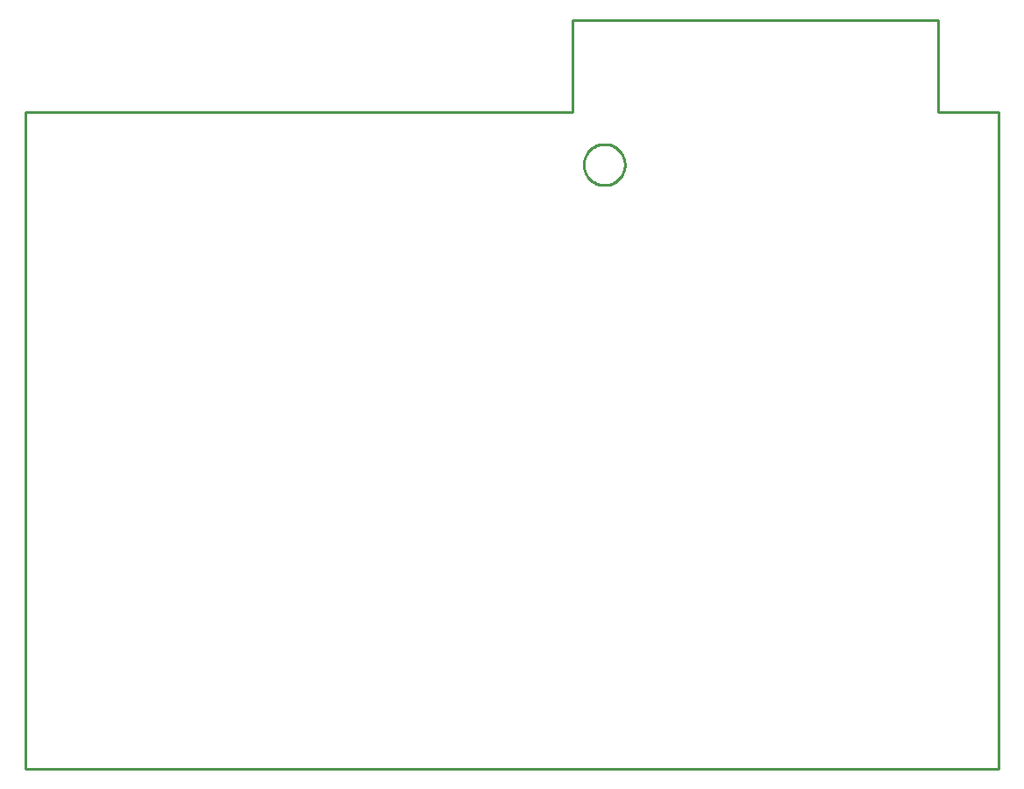
<source format=gko>
G04 EAGLE Gerber RS-274X export*
G75*
%MOMM*%
%FSLAX34Y34*%
%LPD*%
%INBoard Outline*%
%IPPOS*%
%AMOC8*
5,1,8,0,0,1.08239X$1,22.5*%
G01*
%ADD10C,0.000000*%
%ADD11C,0.254000*%


D10*
X0Y0D02*
X939800Y0D01*
X939800Y635000D01*
X881380Y635000D01*
X881380Y723900D01*
X528320Y723900D01*
X528320Y635000D01*
X0Y635000D01*
X0Y0D01*
X538988Y584200D02*
X538994Y584686D01*
X539012Y585172D01*
X539042Y585657D01*
X539083Y586142D01*
X539137Y586625D01*
X539202Y587107D01*
X539280Y587587D01*
X539369Y588065D01*
X539469Y588541D01*
X539582Y589014D01*
X539706Y589484D01*
X539841Y589951D01*
X539988Y590415D01*
X540146Y590874D01*
X540316Y591330D01*
X540496Y591782D01*
X540688Y592229D01*
X540890Y592671D01*
X541103Y593108D01*
X541327Y593539D01*
X541562Y593965D01*
X541807Y594385D01*
X542062Y594799D01*
X542327Y595207D01*
X542602Y595608D01*
X542887Y596002D01*
X543181Y596389D01*
X543485Y596769D01*
X543798Y597141D01*
X544120Y597505D01*
X544451Y597861D01*
X544791Y598209D01*
X545139Y598549D01*
X545495Y598880D01*
X545859Y599202D01*
X546231Y599515D01*
X546611Y599819D01*
X546998Y600113D01*
X547392Y600398D01*
X547793Y600673D01*
X548201Y600938D01*
X548615Y601193D01*
X549035Y601438D01*
X549461Y601673D01*
X549892Y601897D01*
X550329Y602110D01*
X550771Y602312D01*
X551218Y602504D01*
X551670Y602684D01*
X552126Y602854D01*
X552585Y603012D01*
X553049Y603159D01*
X553516Y603294D01*
X553986Y603418D01*
X554459Y603531D01*
X554935Y603631D01*
X555413Y603720D01*
X555893Y603798D01*
X556375Y603863D01*
X556858Y603917D01*
X557343Y603958D01*
X557828Y603988D01*
X558314Y604006D01*
X558800Y604012D01*
X559286Y604006D01*
X559772Y603988D01*
X560257Y603958D01*
X560742Y603917D01*
X561225Y603863D01*
X561707Y603798D01*
X562187Y603720D01*
X562665Y603631D01*
X563141Y603531D01*
X563614Y603418D01*
X564084Y603294D01*
X564551Y603159D01*
X565015Y603012D01*
X565474Y602854D01*
X565930Y602684D01*
X566382Y602504D01*
X566829Y602312D01*
X567271Y602110D01*
X567708Y601897D01*
X568139Y601673D01*
X568565Y601438D01*
X568985Y601193D01*
X569399Y600938D01*
X569807Y600673D01*
X570208Y600398D01*
X570602Y600113D01*
X570989Y599819D01*
X571369Y599515D01*
X571741Y599202D01*
X572105Y598880D01*
X572461Y598549D01*
X572809Y598209D01*
X573149Y597861D01*
X573480Y597505D01*
X573802Y597141D01*
X574115Y596769D01*
X574419Y596389D01*
X574713Y596002D01*
X574998Y595608D01*
X575273Y595207D01*
X575538Y594799D01*
X575793Y594385D01*
X576038Y593965D01*
X576273Y593539D01*
X576497Y593108D01*
X576710Y592671D01*
X576912Y592229D01*
X577104Y591782D01*
X577284Y591330D01*
X577454Y590874D01*
X577612Y590415D01*
X577759Y589951D01*
X577894Y589484D01*
X578018Y589014D01*
X578131Y588541D01*
X578231Y588065D01*
X578320Y587587D01*
X578398Y587107D01*
X578463Y586625D01*
X578517Y586142D01*
X578558Y585657D01*
X578588Y585172D01*
X578606Y584686D01*
X578612Y584200D01*
X578606Y583714D01*
X578588Y583228D01*
X578558Y582743D01*
X578517Y582258D01*
X578463Y581775D01*
X578398Y581293D01*
X578320Y580813D01*
X578231Y580335D01*
X578131Y579859D01*
X578018Y579386D01*
X577894Y578916D01*
X577759Y578449D01*
X577612Y577985D01*
X577454Y577526D01*
X577284Y577070D01*
X577104Y576618D01*
X576912Y576171D01*
X576710Y575729D01*
X576497Y575292D01*
X576273Y574861D01*
X576038Y574435D01*
X575793Y574015D01*
X575538Y573601D01*
X575273Y573193D01*
X574998Y572792D01*
X574713Y572398D01*
X574419Y572011D01*
X574115Y571631D01*
X573802Y571259D01*
X573480Y570895D01*
X573149Y570539D01*
X572809Y570191D01*
X572461Y569851D01*
X572105Y569520D01*
X571741Y569198D01*
X571369Y568885D01*
X570989Y568581D01*
X570602Y568287D01*
X570208Y568002D01*
X569807Y567727D01*
X569399Y567462D01*
X568985Y567207D01*
X568565Y566962D01*
X568139Y566727D01*
X567708Y566503D01*
X567271Y566290D01*
X566829Y566088D01*
X566382Y565896D01*
X565930Y565716D01*
X565474Y565546D01*
X565015Y565388D01*
X564551Y565241D01*
X564084Y565106D01*
X563614Y564982D01*
X563141Y564869D01*
X562665Y564769D01*
X562187Y564680D01*
X561707Y564602D01*
X561225Y564537D01*
X560742Y564483D01*
X560257Y564442D01*
X559772Y564412D01*
X559286Y564394D01*
X558800Y564388D01*
X558314Y564394D01*
X557828Y564412D01*
X557343Y564442D01*
X556858Y564483D01*
X556375Y564537D01*
X555893Y564602D01*
X555413Y564680D01*
X554935Y564769D01*
X554459Y564869D01*
X553986Y564982D01*
X553516Y565106D01*
X553049Y565241D01*
X552585Y565388D01*
X552126Y565546D01*
X551670Y565716D01*
X551218Y565896D01*
X550771Y566088D01*
X550329Y566290D01*
X549892Y566503D01*
X549461Y566727D01*
X549035Y566962D01*
X548615Y567207D01*
X548201Y567462D01*
X547793Y567727D01*
X547392Y568002D01*
X546998Y568287D01*
X546611Y568581D01*
X546231Y568885D01*
X545859Y569198D01*
X545495Y569520D01*
X545139Y569851D01*
X544791Y570191D01*
X544451Y570539D01*
X544120Y570895D01*
X543798Y571259D01*
X543485Y571631D01*
X543181Y572011D01*
X542887Y572398D01*
X542602Y572792D01*
X542327Y573193D01*
X542062Y573601D01*
X541807Y574015D01*
X541562Y574435D01*
X541327Y574861D01*
X541103Y575292D01*
X540890Y575729D01*
X540688Y576171D01*
X540496Y576618D01*
X540316Y577070D01*
X540146Y577526D01*
X539988Y577985D01*
X539841Y578449D01*
X539706Y578916D01*
X539582Y579386D01*
X539469Y579859D01*
X539369Y580335D01*
X539280Y580813D01*
X539202Y581293D01*
X539137Y581775D01*
X539083Y582258D01*
X539042Y582743D01*
X539012Y583228D01*
X538994Y583714D01*
X538988Y584200D01*
D11*
X0Y0D02*
X939800Y0D01*
X939800Y635000D01*
X881380Y635000D01*
X881380Y723900D01*
X528320Y723900D01*
X528320Y635000D01*
X0Y635000D01*
X0Y0D01*
X578612Y583601D02*
X578540Y582406D01*
X578395Y581218D01*
X578180Y580040D01*
X577893Y578877D01*
X577537Y577734D01*
X577112Y576615D01*
X576621Y575523D01*
X576064Y574463D01*
X575445Y573438D01*
X574765Y572453D01*
X574026Y571510D01*
X573233Y570614D01*
X572386Y569768D01*
X571490Y568974D01*
X570547Y568235D01*
X569562Y567555D01*
X568537Y566936D01*
X567477Y566379D01*
X566385Y565888D01*
X565266Y565463D01*
X564123Y565107D01*
X562960Y564820D01*
X561782Y564605D01*
X560594Y564460D01*
X559399Y564388D01*
X558201Y564388D01*
X557006Y564460D01*
X555818Y564605D01*
X554640Y564820D01*
X553477Y565107D01*
X552334Y565463D01*
X551215Y565888D01*
X550123Y566379D01*
X549063Y566936D01*
X548038Y567555D01*
X547053Y568235D01*
X546110Y568974D01*
X545214Y569768D01*
X544368Y570614D01*
X543574Y571510D01*
X542835Y572453D01*
X542155Y573438D01*
X541536Y574463D01*
X540979Y575523D01*
X540488Y576615D01*
X540063Y577734D01*
X539707Y578877D01*
X539420Y580040D01*
X539205Y581218D01*
X539060Y582406D01*
X538988Y583601D01*
X538988Y584799D01*
X539060Y585994D01*
X539205Y587182D01*
X539420Y588360D01*
X539707Y589523D01*
X540063Y590666D01*
X540488Y591785D01*
X540979Y592877D01*
X541536Y593937D01*
X542155Y594962D01*
X542835Y595947D01*
X543574Y596890D01*
X544368Y597786D01*
X545214Y598633D01*
X546110Y599426D01*
X547053Y600165D01*
X548038Y600845D01*
X549063Y601464D01*
X550123Y602021D01*
X551215Y602512D01*
X552334Y602937D01*
X553477Y603293D01*
X554640Y603580D01*
X555818Y603795D01*
X557006Y603940D01*
X558201Y604012D01*
X559399Y604012D01*
X560594Y603940D01*
X561782Y603795D01*
X562960Y603580D01*
X564123Y603293D01*
X565266Y602937D01*
X566385Y602512D01*
X567477Y602021D01*
X568537Y601464D01*
X569562Y600845D01*
X570547Y600165D01*
X571490Y599426D01*
X572386Y598633D01*
X573233Y597786D01*
X574026Y596890D01*
X574765Y595947D01*
X575445Y594962D01*
X576064Y593937D01*
X576621Y592877D01*
X577112Y591785D01*
X577537Y590666D01*
X577893Y589523D01*
X578180Y588360D01*
X578395Y587182D01*
X578540Y585994D01*
X578612Y584799D01*
X578612Y583601D01*
M02*

</source>
